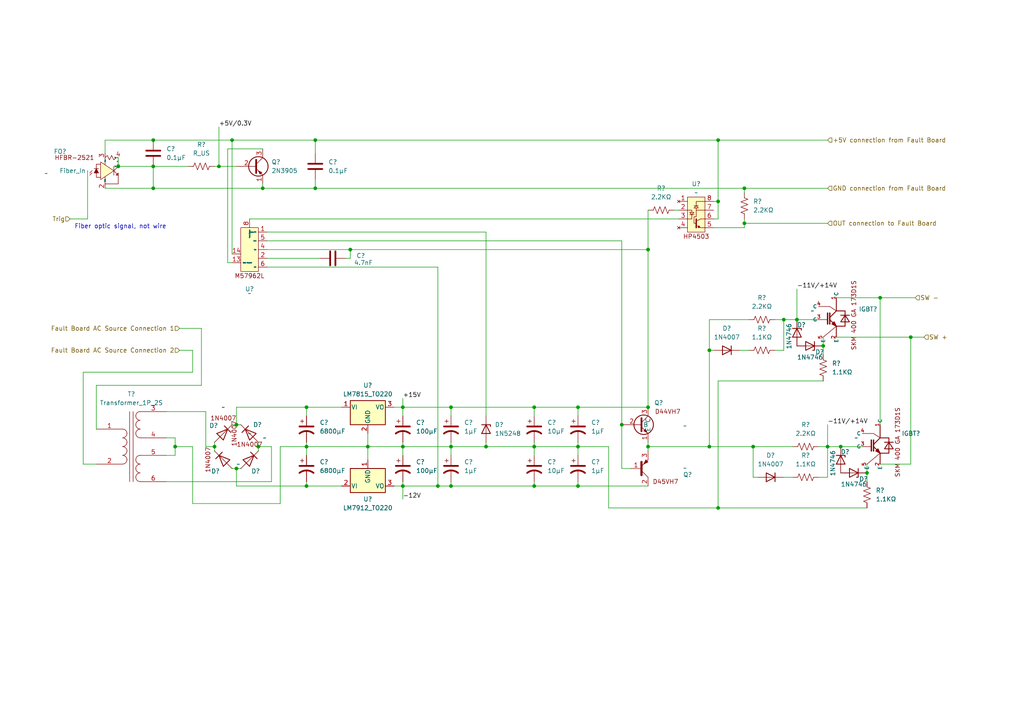
<source format=kicad_sch>
(kicad_sch (version 20231120) (generator "eeschema") (generator_version "8.0")
  (paper "A4")
  (lib_symbols
    (symbol "DIY_ICs:1N4007_45_Deg"
      (property "Reference" "D" (at 0 0 0))
      (symbol "1N4007_45_Deg_0_1"
        (polyline (pts (xy -1.27 -1.27) (xy -2.54 -2.54)))
        (polyline (pts (xy -1.27 -1.27) (xy 2.54 2.54)))
      )
      (symbol "1N4007_45_Deg_1_1"
        (polyline (pts (xy 0.2904 2.2167) (xy 2.1954 0.3117)) (stroke (width 0.254)))
        (polyline (pts (xy -1.905 0) (xy 0 -1.905) (xy 1.27 1.27) (xy -1.905 0)) (stroke (width 0.254)))
        (text "1N4007" (at 0 4.445 0) (effects (font (size 1.27 1.27))))
        (pin passive line (at -2.54 -2.54 180) (length 0) (name "~") (number ""))
        (pin passive line (at 2.54 2.54 0) (length 0) (name "~") (number ""))
      )
    )
    (symbol "DIY_ICs:D44VH7"
      (property "Reference" "Q" (at 4.445 1.905 0))
      (symbol "D44VH7_0_1"
        (polyline (pts (xy -0.635 0.635) (xy 1.27 2.54)))
        (polyline (pts (xy -0.635 -0.635) (xy 1.27 -2.54) (xy 1.27 -2.54)))
        (polyline (pts (xy -0.635 1.905) (xy -0.635 -1.905) (xy -0.635 -1.905)) (stroke (width 0.508)))
        (polyline (pts (xy 0 -1.778) (xy 0.508 -1.27) (xy 1.016 -2.286) (xy 0 -1.778) (xy 0 -1.778)) (fill (type outline)))
        (circle (center 0 0) (radius 2.8194) (stroke (width 0.254)))
      )
      (symbol "D44VH7_1_1"
        (text "D44VH7" (at 6.985 3.81 0) (effects (font (size 1.27 1.27))))
        (pin passive line (at 1.27 -5.08 90) (length 2.54) (name "E") (number "1"))
        (pin input line (at -6.35 0 0) (length 5.715) (name "B") (number "2"))
        (pin passive line (at 1.27 5.08 270) (length 2.54) (name "C") (number "3"))
      )
    )
    (symbol "DIY_ICs:D45VH7"
      (property "Reference" "Q" (at 3.175 5.715 0))
      (symbol "D45VH7_0_1"
        (polyline (pts (xy -0.635 -1.905) (xy -0.635 1.905)) (stroke (width 0.635)))
        (polyline (pts (xy -0.635 -0.635) (xy 1.27 -2.54)))
        (polyline (pts (xy -0.635 0.635) (xy 1.27 2.54)))
        (polyline (pts (xy 0 -1.27) (xy 1.27 -1.905) (xy 0.635 -2.54) (xy 0 -1.27)) (fill (type outline)))
      )
      (symbol "D45VH7_1_1"
        (text "D45VH7" (at 6.35 3.81 0) (effects (font (size 1.27 1.27))))
        (pin input line (at -3.81 0 0) (length 3.175) (name "") (number "1"))
        (pin passive line (at 1.27 5.08 270) (length 2.54) (name "") (number "2"))
        (pin passive line (at 1.27 -5.08 90) (length 2.54) (name "") (number "3"))
      )
    )
    (symbol "DIY_ICs:HP4503"
      (property "Reference" "U" (at 7.62 3.81 0))
      (symbol "HP4503_0_1"
        (rectangle (start -2.54 5.08) (end 2.54 -5.08) (fill (type background)))
        (polyline (pts (xy -2.54 1.27) (xy -2.54 1.27)))
        (polyline (pts (xy 0 -1.905) (xy 1.27 -1.27)))
        (polyline (pts (xy 0 -1.27) (xy 0 -3.81)) (stroke (width 0.381)))
        (polyline (pts (xy 1.27 -1.27) (xy 2.54 -1.27)))
        (polyline (pts (xy 0 -3.175) (xy 1.27 -3.81) (xy 2.54 -3.81)))
        (polyline (pts (xy 1.1133 -3.7211) (xy 0.7625 -3.2032) (xy 0.5141 -3.8005) (xy 1.1077 -3.7546)) (fill (type outline)))
        (polyline (pts (xy 0 1.905) (xy 0 -0.635) (xy -0.635 -0.635) (xy -0.635 -2.54) (xy 0 -2.54)))
        (polyline (pts (xy -1.27 0) (xy -0.635 0.635) (xy -1.905 0.635) (xy -1.27 0) (xy -1.905 0) (xy -0.635 0)))
        (polyline (pts (xy 2.54 3.81) (xy 0 3.81) (xy 0 3.175) (xy 0 2.54) (xy -0.635 2.54) (xy 0.635 2.54) (xy 0 2.54) (xy -0.635 1.905) (xy 0.635 1.905) (xy 0 2.54)))
      )
      (symbol "HP4503_1_1"
        (polyline (pts (xy 2.54 1.27) (xy 0 1.27)))
        (polyline (pts (xy -1.27 0) (xy -1.27 -1.27) (xy -2.54 -1.27)))
        (polyline (pts (xy -1.27 0.635) (xy -1.27 1.27) (xy -2.54 1.27)))
        (text "HP4503" (at 0 -6.35 0) (effects (font (size 1.27 1.27))))
        (pin no_connect line (at -5.08 3.81 0) (length 2.54) (name "~") (number "1"))
        (pin passive line (at -5.08 1.27 0) (length 2.54) (name "~") (number "2"))
        (pin passive line (at -5.08 -1.27 0) (length 2.54) (name "~") (number "3"))
        (pin no_connect line (at -5.08 -3.81 0) (length 2.54) (name "~") (number "4"))
        (pin power_in line (at 5.08 -3.81 180) (length 2.54) (name "~") (number "5"))
        (pin input line (at 5.08 -1.27 180) (length 2.54) (name "~") (number "6"))
        (pin input line (at 5.08 1.27 180) (length 2.54) (name "~") (number "7"))
        (pin power_in line (at 5.08 3.81 180) (length 2.54) (name "~") (number "8"))
      )
    )
    (symbol "DIY_ICs:SKM_400_GA_173_DS"
      (property "Reference" "IGBT" (at 11.43 1.27 0))
      (symbol "SKM_400_GA_173_DS_0_1"
        (polyline (pts (xy -1.905 0) (xy -5.08 -3.81)))
        (polyline (pts (xy -1.905 0) (xy -5.08 0)) (stroke (width 0.254)))
        (polyline (pts (xy -1.27 -2.54) (xy 1.905 -2.54)) (stroke (width 0.381)))
        (polyline (pts (xy -1.27 -1.905) (xy 1.905 -1.905)) (stroke (width 0.381)))
        (polyline (pts (xy 0 -2.54) (xy 0 -5.08)))
        (polyline (pts (xy 0 -1.905) (xy -1.905 0)) (stroke (width 0.254)))
        (polyline (pts (xy 1.27 2.54) (xy -0.635 2.54)) (stroke (width 0.254)))
        (polyline (pts (xy 1.27 3.81) (xy 1.27 1.27)) (stroke (width 0.254)))
        (polyline (pts (xy 2.54 0) (xy 0.635 -1.905)) (stroke (width 0.254)))
        (polyline (pts (xy 2.54 0) (xy 6.35 0)) (stroke (width 0.254)))
        (polyline (pts (xy -0.635 2.54) (xy -1.905 2.54) (xy -1.905 0)) (stroke (width 0.254)))
        (polyline (pts (xy 2.54 0) (xy 3.81 -1.905) (xy 3.81 -5.08)))
        (polyline (pts (xy -1.905 0) (xy -0.635 -0.635) (xy -1.27 -1.27) (xy -1.905 0)) (stroke (width 0.254)) (fill (type outline)))
        (polyline (pts (xy 1.27 2.54) (xy 1.905 2.54) (xy 2.54 2.54) (xy 2.54 0)) (stroke (width 0.254)))
        (polyline (pts (xy -0.635 2.54) (xy -0.635 3.81) (xy -0.635 1.27) (xy 1.27 2.54) (xy -0.635 3.81)) (stroke (width 0.254)))
      )
      (symbol "SKM_400_GA_173_DS_1_1"
        (text "SKM 400 GA 173D1S" (at -8.89 5.08 0) (effects (font (size 1.27 1.27)) (justify left)))
        (pin passive line (at 6.35 0 0) (length 0) (name "C") (number "1"))
        (pin passive line (at -5.08 0 180) (length 0) (name "E") (number "2"))
        (pin passive line (at 0 -5.08 270) (length 0) (name "G") (number "3"))
        (pin passive line (at 3.81 -5.08 270) (length 0) (name "C") (number "4"))
        (pin passive line (at -5.08 -3.81 180) (length 0) (name "E") (number "5"))
      )
    )
    (symbol "Device:C" (pin_numbers hide) (pin_names (offset 0.254))
      (property "Reference" "C" (at 0.635 2.54 0))
      (property "Value" "C" (at 0.635 -2.54 0))
      (symbol "C_0_1"
        (polyline (pts (xy -2.032 -0.762) (xy 2.032 -0.762)) (stroke (width 0.508)))
        (polyline (pts (xy -2.032 0.762) (xy 2.032 0.762)) (stroke (width 0.508)))
      )
      (symbol "C_1_1"
        (pin passive line (at 0 3.81 270) (length 2.794) (name "~") (number "1"))
        (pin passive line (at 0 -3.81 90) (length 2.794) (name "~") (number "2"))
      )
    )
    (symbol "Device:C_Polarized_US" (pin_numbers hide) (pin_names (offset 0.254) hide)
      (property "Reference" "C" (at 0.635 2.54 0))
      (property "Value" "C_Polarized_US" (at 0.635 -2.54 0))
      (symbol "C_Polarized_US_0_1"
        (polyline (pts (xy -2.032 0.762) (xy 2.032 0.762)) (stroke (width 0.508)))
        (polyline (pts (xy -1.778 2.286) (xy -0.762 2.286)))
        (polyline (pts (xy -1.27 1.778) (xy -1.27 2.794)))
        (arc (start 2.032 -1.27) (mid 0 -0.5572) (end -2.032 -1.27) (stroke (width 0.508)))
      )
      (symbol "C_Polarized_US_1_1"
        (pin passive line (at 0 3.81 270) (length 2.794) (name "~") (number "1"))
        (pin passive line (at 0 -3.81 90) (length 3.302) (name "~") (number "2"))
      )
    )
    (symbol "Device:D_Zener" (pin_numbers hide) (pin_names (offset 1.016) hide)
      (property "Reference" "D" (at 0 2.54 0))
      (property "Value" "D_Zener" (at 0 -2.54 0))
      (symbol "D_Zener_0_1"
        (polyline (pts (xy 1.27 0) (xy -1.27 0)))
        (polyline (pts (xy -1.27 -1.27) (xy -1.27 1.27) (xy -0.762 1.27)) (stroke (width 0.254)))
        (polyline (pts (xy 1.27 -1.27) (xy 1.27 1.27) (xy -1.27 0) (xy 1.27 -1.27)) (stroke (width 0.254)))
      )
      (symbol "D_Zener_1_1"
        (pin passive line (at -3.81 0 0) (length 2.54) (name "K") (number "1"))
        (pin passive line (at 3.81 0 180) (length 2.54) (name "A") (number "2"))
      )
    )
    (symbol "Device:R_US" (pin_numbers hide) (pin_names (offset 0))
      (property "Reference" "R" (at 2.54 0 90))
      (property "Value" "R_US" (at -2.54 0 90))
      (symbol "R_US_0_1"
        (polyline (pts (xy 0 -2.286) (xy 0 -2.54)))
        (polyline (pts (xy 0 2.286) (xy 0 2.54)))
        (polyline (pts (xy 0 -0.762) (xy 1.016 -1.143) (xy 0 -1.524) (xy -1.016 -1.905) (xy 0 -2.286)))
        (polyline (pts (xy 0 0.762) (xy 1.016 0.381) (xy 0 0) (xy -1.016 -0.381) (xy 0 -0.762)))
        (polyline (pts (xy 0 2.286) (xy 1.016 1.905) (xy 0 1.524) (xy -1.016 1.143) (xy 0 0.762)))
      )
      (symbol "R_US_1_1"
        (pin passive line (at 0 3.81 270) (length 1.27) (name "~") (number "1"))
        (pin passive line (at 0 -3.81 90) (length 1.27) (name "~") (number "2"))
      )
    )
    (symbol "Device:Transformer_1P_2S" (pin_names (offset 1.016) hide)
      (property "Reference" "T" (at 0 12.7 0))
      (property "Value" "Transformer_1P_2S" (at 0 -12.7 0))
      (symbol "Transformer_1P_2S_0_1"
        (arc (start -2.54 -5.0546) (mid -1.6599 -4.6901) (end -1.27 -3.81))
        (arc (start -2.54 -2.5146) (mid -1.6599 -2.1501) (end -1.27 -1.27))
        (arc (start -2.54 0.0254) (mid -1.6599 0.3899) (end -1.27 1.27))
        (arc (start -2.54 2.5654) (mid -1.6599 2.9299) (end -1.27 3.81))
        (arc (start -1.27 -3.81) (mid -1.642 -2.912) (end -2.54 -2.54))
        (arc (start -1.27 -1.27) (mid -1.642 -0.372) (end -2.54 0))
        (arc (start -1.27 1.27) (mid -1.642 2.168) (end -2.54 2.54))
        (arc (start -1.27 3.81) (mid -1.642 4.708) (end -2.54 5.08))
        (polyline (pts (xy -0.508 -10.16) (xy -0.508 10.16)))
        (polyline (pts (xy 0.508 10.16) (xy 0.508 -10.16)))
        (arc (start 1.2954 -8.89) (mid 1.6599 -9.7701) (end 2.54 -10.1346))
        (arc (start 1.2954 -6.35) (mid 1.6599 -7.2301) (end 2.54 -7.5946))
        (arc (start 1.2954 -3.81) (mid 1.6599 -4.6901) (end 2.54 -5.0546))
        (arc (start 1.2954 3.81) (mid 1.6599 2.9299) (end 2.54 2.5654))
        (arc (start 1.2954 6.35) (mid 1.6599 5.4699) (end 2.54 5.1054))
        (arc (start 1.2954 8.89) (mid 1.6599 8.0099) (end 2.54 7.6454))
        (arc (start 2.54 -7.62) (mid 1.642 -7.992) (end 1.2954 -8.89))
        (arc (start 2.54 -5.08) (mid 1.642 -5.452) (end 1.2954 -6.35))
        (arc (start 2.54 -2.54) (mid 1.642 -2.912) (end 1.2954 -3.81))
        (arc (start 2.54 5.08) (mid 1.642 4.708) (end 1.2954 3.81))
        (arc (start 2.54 7.62) (mid 1.642 7.248) (end 1.2954 6.35))
        (arc (start 2.54 10.16) (mid 1.642 9.788) (end 1.2954 8.89))
      )
      (symbol "Transformer_1P_2S_1_1"
        (pin passive line (at -10.16 5.08 0) (length 7.62) (name "AA") (number "1"))
        (pin passive line (at -10.16 -5.08 0) (length 7.62) (name "AB") (number "2"))
        (pin passive line (at 10.16 10.16 180) (length 7.62) (name "SA") (number "3"))
        (pin passive line (at 10.16 2.54 180) (length 7.62) (name "SB") (number "4"))
        (pin passive line (at 10.16 -2.54 180) (length 7.62) (name "SC") (number "5"))
        (pin passive line (at 10.16 -10.16 180) (length 7.62) (name "SD") (number "6"))
      )
    )
    (symbol "Diode:1N4007" (pin_numbers hide) (pin_names hide)
      (property "Reference" "D" (at 0 2.54 0))
      (property "Value" "1N4007" (at 0 -2.54 0))
      (symbol "1N4007_0_1"
        (polyline (pts (xy -1.27 1.27) (xy -1.27 -1.27)) (stroke (width 0.254)))
        (polyline (pts (xy 1.27 0) (xy -1.27 0)))
        (polyline (pts (xy 1.27 1.27) (xy 1.27 -1.27) (xy -1.27 0) (xy 1.27 1.27)) (stroke (width 0.254)))
      )
      (symbol "1N4007_1_1"
        (pin passive line (at -3.81 0 0) (length 2.54) (name "K") (number "1"))
        (pin passive line (at 3.81 0 180) (length 2.54) (name "A") (number "2"))
      )
    )
    (symbol "F_O_Driver_Library:HFBR-2521"
      (property "Reference" "FO?" (at -10.922 1.27 0))
      (property "Value" "~" (at -16.51 -0.7592 0))
      (symbol "HFBR-2521_0_1"
        (polyline (pts (xy -3.81 -0.635) (xy -4.445 -1.27)))
        (polyline (pts (xy -3.81 0) (xy -4.445 -0.635)))
        (polyline (pts (xy -1.905 0.635) (xy -3.175 0.635)))
        (polyline (pts (xy -0.635 -3.81) (xy -0.635 -3.81)))
        (polyline (pts (xy 2.54 0) (xy 3.81 1.27)))
        (polyline (pts (xy 2.54 1.27) (xy 2.54 -1.27)))
        (polyline (pts (xy -2.54 0.635) (xy -2.54 1.905) (xy -1.27 1.905)))
        (polyline (pts (xy -1.27 -1.905) (xy -2.54 -1.905) (xy -2.54 -0.635)))
        (polyline (pts (xy 0 -3.81) (xy 0 -1.7202) (xy 0 -2.54)))
        (polyline (pts (xy 3.81 -1.27) (xy 3.81 -3.81) (xy 0 -3.81)))
        (polyline (pts (xy -1.905 -0.635) (xy -3.175 -0.635) (xy -2.54 0.635) (xy -1.905 -0.635)) (fill (type outline)))
        (polyline (pts (xy 0 3.81) (xy 0 1.905) (xy 0 2.54) (xy -0.0007 1.7452)))
        (polyline (pts (xy 2.54 0) (xy -1.27 2.54) (xy -1.27 -2.54) (xy 2.54 0)) (fill (type background)))
        (polyline (pts (xy 2.54 0) (xy 3.81 -1.27) (xy 3.81 -0.635) (xy 3.175 -1.27) (xy 3.81 -1.27)) (fill (type outline)))
        (polyline (pts (xy 3.81 3.81) (xy 3.175 3.81) (xy 2.54 3.175) (xy 1.905 4.445) (xy 1.27 3.175) (xy 0.635 4.445) (xy 0 3.81)))
      )
      (symbol "HFBR-2521_1_1"
        (text "HFBR-2521" (at -8.89 3.81 0) (effects (font (size 1.27 1.27))))
        (pin unspecified line (at -5.08 0 180) (length 0) (name "Fiber_In") (number ""))
        (pin output line (at 3.81 1.27 180) (length 0) (name "Vo") (number "1"))
        (pin power_in line (at 0 -5.08 90) (length 1.27) (name "GND") (number "2"))
        (pin output line (at 0 5.08 270) (length 1.27) (name "Vcc") (number "3"))
        (pin passive line (at 3.81 3.81 180) (length 0) (name "RL") (number "4"))
      )
    )
    (symbol "M57962L_1"
      (property "Reference" "U" (at 0 0 0))
      (symbol "M57962L_1_1_1"
        (rectangle (start -2.54 6.35) (end 2.54 -6.35) (fill (type background)))
        (text "M57962L" (at 0 -7.62 0) (effects (font (size 1.27 1.27))))
        (pin input line (at 5.08 5.08 180) (length 2.54) (name "Detect_Pin") (number "1"))
        (pin passive line (at -5.08 -3.81 0) (length 2.54) (name "Opto-Coupler") (number "13"))
        (pin input line (at -5.08 -1.27 0) (length 2.54) (name "~") (number "14"))
        (pin passive line (at 5.08 -2.54 180) (length 2.54) (name "~") (number "2"))
        (pin power_in line (at 5.08 0 180) (length 2.54) (name "Vcc") (number "4"))
        (pin power_out line (at 5.08 2.54 180) (length 2.54) (name "Vout") (number "5"))
        (pin power_in line (at 5.08 -5.08 180) (length 2.54) (name "VEE") (number "6"))
        (pin output line (at 0 8.89 270) (length 2.54) (name "Fault_Output") (number "8"))
      )
    )
    (symbol "Regulator_Linear:LM7815_TO220" (pin_names (offset 0.254))
      (property "Reference" "U" (at -3.81 3.175 0))
      (property "Value" "LM7815_TO220" (at 0 3.175 0))
      (symbol "LM7815_TO220_0_1"
        (rectangle (start -5.08 1.905) (end 5.08 -5.08) (stroke (width 0.254)) (fill (type background)))
      )
      (symbol "LM7815_TO220_1_1"
        (pin power_in line (at -7.62 0 0) (length 2.54) (name "VI") (number "1"))
        (pin power_in line (at 0 -7.62 90) (length 2.54) (name "GND") (number "2"))
        (pin power_out line (at 7.62 0 180) (length 2.54) (name "VO") (number "3"))
      )
    )
    (symbol "Regulator_Linear:LM7912_TO220" (pin_names (offset 0.254))
      (property "Reference" "U" (at -3.81 -3.175 0))
      (property "Value" "LM7912_TO220" (at 0 -3.175 0))
      (symbol "LM7912_TO220_0_1"
        (rectangle (start -5.08 5.08) (end 5.08 -1.905) (stroke (width 0.254)) (fill (type background)))
      )
      (symbol "LM7912_TO220_1_1"
        (pin power_in line (at 0 7.62 270) (length 2.54) (name "GND") (number "1"))
        (pin power_in line (at -7.62 0 0) (length 2.54) (name "VI") (number "2"))
        (pin power_out line (at 7.62 0 180) (length 2.54) (name "VO") (number "3"))
      )
    )
    (symbol "Transistor_BJT:2N3905" (pin_names (offset 0) hide)
      (property "Reference" "Q" (at 5.08 1.905 0))
      (property "Value" "2N3905" (at 5.08 0 0))
      (symbol "2N3905_0_1"
        (polyline (pts (xy 0.635 0.635) (xy 2.54 2.54)))
        (polyline (pts (xy 0.635 -0.635) (xy 2.54 -2.54) (xy 2.54 -2.54)))
        (polyline (pts (xy 0.635 1.905) (xy 0.635 -1.905) (xy 0.635 -1.905)) (stroke (width 0.508)))
        (polyline (pts (xy 2.286 -1.778) (xy 1.778 -2.286) (xy 1.27 -1.27) (xy 2.286 -1.778) (xy 2.286 -1.778)) (fill (type outline)))
        (circle (center 1.27 0) (radius 2.8194) (stroke (width 0.254)))
      )
      (symbol "2N3905_1_1"
        (pin passive line (at 2.54 -5.08 90) (length 2.54) (name "E") (number "1"))
        (pin input line (at -5.08 0 0) (length 5.715) (name "B") (number "2"))
        (pin passive line (at 2.54 5.08 270) (length 2.54) (name "C") (number "3"))
      )
    )
  )
  (junction (at 62.23 129.54))
  (junction (at 88.9 129.54))
  (junction (at 187.96 129.54))
  (junction (at 167.64 140.97))
  (junction (at 88.9 118.11))
  (junction (at 154.94 140.97))
  (junction (at 208.28 58.42))
  (junction (at 255.27 86.36))
  (junction (at 215.9 64.77))
  (junction (at 154.94 129.54))
  (junction (at 218.44 129.54))
  (junction (at 264.16 97.79))
  (junction (at 231.14 92.71))
  (junction (at 130.81 140.97))
  (junction (at 50.8 129.54))
  (junction (at 127 140.97))
  (junction (at 140.97 129.54))
  (junction (at 208.28 40.64))
  (junction (at 167.64 129.54))
  (junction (at 44.45 54.61))
  (junction (at 91.44 54.61))
  (junction (at 154.94 118.11))
  (junction (at 68.58 135.89))
  (junction (at 251.46 137.16))
  (junction (at 34.29 48.26))
  (junction (at 88.9 140.97))
  (junction (at 91.44 40.64))
  (junction (at 205.74 101.6))
  (junction (at 205.74 129.54))
  (junction (at 187.96 72.39))
  (junction (at 106.68 129.54))
  (junction (at 44.45 40.64))
  (junction (at 180.34 123.19))
  (junction (at 68.58 123.19))
  (junction (at 130.81 129.54))
  (junction (at 240.03 129.54))
  (junction (at 116.84 129.54))
  (junction (at 116.84 140.97))
  (junction (at 74.93 129.54))
  (junction (at 76.2 54.61))
  (junction (at 208.28 147.32))
  (junction (at 44.45 48.26))
  (junction (at 101.6 72.39))
  (junction (at 67.31 40.64))
  (junction (at 130.81 118.11))
  (junction (at 116.84 118.11))
  (junction (at 238.76 100.33))
  (junction (at 167.64 118.11))
  (junction (at 187.96 118.11))
  (junction (at 243.84 129.54))
  (junction (at 63.5 48.26))
  (junction (at 227.33 92.71))
  (junction (at 215.9 54.61))
  (wire (pts (xy 59.69 119.38) (xy 48.26 119.38)))
  (wire (pts (xy 219.71 138.43) (xy 218.44 138.43)))
  (wire (pts (xy 78.74 139.7) (xy 48.26 139.7)))
  (wire (pts (xy 240.03 123.19) (xy 240.03 129.54)))
  (wire (pts (xy 106.68 129.54) (xy 116.84 129.54)))
  (wire (pts (xy 59.69 119.38) (xy 59.69 129.54)))
  (wire (pts (xy 58.42 95.25) (xy 58.42 111.76)))
  (wire (pts (xy 88.9 140.97) (xy 68.58 140.97)))
  (wire (pts (xy 20.32 63.5) (xy 25.4 63.5)))
  (wire (pts (xy 44.45 48.26) (xy 54.61 48.26)))
  (wire (pts (xy 140.97 67.31) (xy 140.97 120.65)))
  (wire (pts (xy 140.97 67.31) (xy 77.47 67.31)))
  (wire (pts (xy 77.47 77.47) (xy 127 77.47)))
  (wire (pts (xy 231.14 83.82) (xy 231.14 92.71)))
  (wire (pts (xy 180.34 123.19) (xy 180.34 135.89)))
  (wire (pts (xy 127 77.47) (xy 127 140.97)))
  (wire (pts (xy 255.27 134.62) (xy 264.16 134.62)))
  (wire (pts (xy 208.28 147.32) (xy 176.53 147.32)))
  (wire (pts (xy 207.01 101.6) (xy 205.74 101.6)))
  (wire (pts (xy 50.8 129.54) (xy 55.88 129.54)))
  (wire (pts (xy 77.47 74.93) (xy 92.71 74.93)))
  (wire (pts (xy 116.84 139.7) (xy 116.84 140.97)))
  (wire (pts (xy 167.64 129.54) (xy 176.53 129.54)))
  (wire (pts (xy 176.53 147.32) (xy 176.53 129.54)))
  (wire (pts (xy 81.28 129.54) (xy 88.9 129.54)))
  (wire (pts (xy 101.6 72.39) (xy 187.96 72.39)))
  (wire (pts (xy 264.16 97.79) (xy 267.97 97.79)))
  (wire (pts (xy 62.23 129.54) (xy 62.23 128.27)))
  (wire (pts (xy 24.13 134.62) (xy 27.94 134.62)))
  (wire (pts (xy 88.9 118.11) (xy 99.06 118.11)))
  (wire (pts (xy 88.9 129.54) (xy 106.68 129.54)))
  (wire (pts (xy 255.27 86.36) (xy 265.43 86.36)))
  (wire (pts (xy 50.8 127) (xy 48.26 127)))
  (wire (pts (xy 62.23 48.26) (xy 63.5 48.26)))
  (wire (pts (xy 78.74 129.54) (xy 78.74 139.7)))
  (wire (pts (xy 208.28 58.42) (xy 208.28 63.5)))
  (wire (pts (xy 205.74 92.71) (xy 205.74 101.6)))
  (wire (pts (xy 227.33 92.71) (xy 231.14 92.71)))
  (wire (pts (xy 187.96 118.11) (xy 167.64 118.11)))
  (wire (pts (xy 215.9 66.04) (xy 215.9 64.77)))
  (wire (pts (xy 182.88 135.89) (xy 180.34 135.89)))
  (wire (pts (xy 251.46 134.62) (xy 251.46 137.16)))
  (wire (pts (xy 106.68 129.54) (xy 106.68 133.35)))
  (wire (pts (xy 55.88 101.6) (xy 55.88 107.95)))
  (wire (pts (xy 68.58 135.89) (xy 68.58 140.97)))
  (wire (pts (xy 63.5 48.26) (xy 68.58 48.26)))
  (wire (pts (xy 205.74 129.54) (xy 218.44 129.54)))
  (wire (pts (xy 154.94 140.97) (xy 167.64 140.97)))
  (wire (pts (xy 140.97 129.54) (xy 154.94 129.54)))
  (wire (pts (xy 240.03 129.54) (xy 240.03 138.43)))
  (wire (pts (xy 116.84 129.54) (xy 130.81 129.54)))
  (wire (pts (xy 59.69 129.54) (xy 62.23 129.54)))
  (wire (pts (xy 180.34 69.85) (xy 77.47 69.85)))
  (wire (pts (xy 215.9 64.77) (xy 240.03 64.77)))
  (wire (pts (xy 116.84 115.57) (xy 116.84 118.11)))
  (wire (pts (xy 50.8 127) (xy 50.8 129.54)))
  (wire (pts (xy 74.93 129.54) (xy 74.93 128.27)))
  (wire (pts (xy 67.31 40.64) (xy 67.31 73.66)))
  (wire (pts (xy 167.64 118.11) (xy 167.64 120.65)))
  (wire (pts (xy 215.9 54.61) (xy 215.9 55.88)))
  (wire (pts (xy 101.6 74.93) (xy 101.6 72.39)))
  (wire (pts (xy 114.3 140.97) (xy 116.84 140.97)))
  (wire (pts (xy 154.94 129.54) (xy 154.94 132.08)))
  (wire (pts (xy 227.33 92.71) (xy 224.79 92.71)))
  (wire (pts (xy 74.93 129.54) (xy 74.93 130.81)))
  (wire (pts (xy 127 140.97) (xy 130.81 140.97)))
  (wire (pts (xy 68.58 135.89) (xy 69.85 135.89)))
  (wire (pts (xy 50.8 129.54) (xy 50.8 132.08)))
  (wire (pts (xy 187.96 60.96) (xy 187.96 72.39)))
  (wire (pts (xy 214.63 101.6) (xy 217.17 101.6)))
  (wire (pts (xy 205.74 101.6) (xy 205.74 129.54)))
  (wire (pts (xy 154.94 118.11) (xy 167.64 118.11)))
  (wire (pts (xy 88.9 139.7) (xy 88.9 140.97)))
  (wire (pts (xy 106.68 129.54) (xy 106.68 125.73)))
  (wire (pts (xy 238.76 97.79) (xy 238.76 100.33)))
  (wire (pts (xy 66.04 76.2) (xy 67.31 76.2)))
  (wire (pts (xy 100.33 74.93) (xy 101.6 74.93)))
  (wire (pts (xy 81.28 146.05) (xy 81.28 129.54)))
  (wire (pts (xy 66.04 43.18) (xy 66.04 76.2)))
  (wire (pts (xy 227.33 138.43) (xy 229.87 138.43)))
  (wire (pts (xy 91.44 54.61) (xy 215.9 54.61)))
  (wire (pts (xy 91.44 40.64) (xy 67.31 40.64)))
  (wire (pts (xy 130.81 128.27) (xy 130.81 129.54)))
  (wire (pts (xy 62.23 129.54) (xy 62.23 130.81)))
  (wire (pts (xy 130.81 118.11) (xy 130.81 120.65)))
  (wire (pts (xy 227.33 92.71) (xy 227.33 101.6)))
  (wire (pts (xy 52.07 101.6) (xy 55.88 101.6)))
  (wire (pts (xy 44.45 54.61) (xy 30.48 54.61)))
  (wire (pts (xy 116.84 140.97) (xy 127 140.97)))
  (wire (pts (xy 77.47 72.39) (xy 101.6 72.39)))
  (wire (pts (xy 140.97 128.27) (xy 140.97 129.54)))
  (wire (pts (xy 91.44 54.61) (xy 76.2 54.61)))
  (wire (pts (xy 68.58 123.19) (xy 68.58 118.11)))
  (wire (pts (xy 55.88 146.05) (xy 81.28 146.05)))
  (wire (pts (xy 264.16 97.79) (xy 242.57 97.79)))
  (wire (pts (xy 229.87 129.54) (xy 218.44 129.54)))
  (wire (pts (xy 264.16 134.62) (xy 264.16 97.79)))
  (wire (pts (xy 116.84 140.97) (xy 116.84 144.78)))
  (wire (pts (xy 208.28 40.64) (xy 240.03 40.64)))
  (wire (pts (xy 130.81 118.11) (xy 154.94 118.11)))
  (wire (pts (xy 34.29 48.26) (xy 44.45 48.26)))
  (wire (pts (xy 130.81 129.54) (xy 140.97 129.54)))
  (wire (pts (xy 76.2 43.18) (xy 66.04 43.18)))
  (wire (pts (xy 88.9 140.97) (xy 99.06 140.97)))
  (wire (pts (xy 167.64 139.7) (xy 167.64 140.97)))
  (wire (pts (xy 88.9 128.27) (xy 88.9 129.54)))
  (wire (pts (xy 130.81 140.97) (xy 154.94 140.97)))
  (wire (pts (xy 231.14 92.71) (xy 237.49 92.71)))
  (wire (pts (xy 68.58 123.19) (xy 69.85 123.19)))
  (wire (pts (xy 116.84 129.54) (xy 116.84 132.08)))
  (wire (pts (xy 78.74 129.54) (xy 74.93 129.54)))
  (wire (pts (xy 24.13 107.95) (xy 24.13 134.62)))
  (wire (pts (xy 208.28 147.32) (xy 251.46 147.32)))
  (wire (pts (xy 130.81 129.54) (xy 130.81 132.08)))
  (wire (pts (xy 116.84 118.11) (xy 116.84 120.65)))
  (wire (pts (xy 63.5 36.83) (xy 63.5 48.26)))
  (wire (pts (xy 205.74 129.54) (xy 187.96 129.54)))
  (wire (pts (xy 27.94 111.76) (xy 27.94 124.46)))
  (wire (pts (xy 187.96 72.39) (xy 187.96 118.11)))
  (wire (pts (xy 251.46 137.16) (xy 251.46 139.7)))
  (wire (pts (xy 116.84 128.27) (xy 116.84 129.54)))
  (wire (pts (xy 67.31 40.64) (xy 44.45 40.64)))
  (wire (pts (xy 48.26 132.08) (xy 50.8 132.08)))
  (wire (pts (xy 76.2 54.61) (xy 44.45 54.61)))
  (wire (pts (xy 238.76 110.49) (xy 208.28 110.49)))
  (wire (pts (xy 154.94 139.7) (xy 154.94 140.97)))
  (wire (pts (xy 55.88 107.95) (xy 24.13 107.95)))
  (wire (pts (xy 91.44 44.45) (xy 91.44 40.64)))
  (wire (pts (xy 52.07 95.25) (xy 58.42 95.25)))
  (wire (pts (xy 207.01 66.04) (xy 215.9 66.04)))
  (wire (pts (xy 207.01 58.42) (xy 208.28 58.42)))
  (wire (pts (xy 91.44 52.07) (xy 91.44 54.61)))
  (wire (pts (xy 91.44 40.64) (xy 208.28 40.64)))
  (wire (pts (xy 34.29 45.72) (xy 34.29 48.26)))
  (wire (pts (xy 217.17 92.71) (xy 205.74 92.71)))
  (wire (pts (xy 195.58 60.96) (xy 196.85 60.96)))
  (wire (pts (xy 30.48 40.64) (xy 44.45 40.64)))
  (wire (pts (xy 130.81 139.7) (xy 130.81 140.97)))
  (wire (pts (xy 72.39 63.5) (xy 196.85 63.5)))
  (wire (pts (xy 154.94 118.11) (xy 154.94 120.65)))
  (wire (pts (xy 76.2 53.34) (xy 76.2 54.61)))
  (wire (pts (xy 180.34 69.85) (xy 180.34 123.19)))
  (wire (pts (xy 255.27 123.19) (xy 255.27 86.36)))
  (wire (pts (xy 30.48 44.45) (xy 30.48 40.64)))
  (wire (pts (xy 154.94 129.54) (xy 167.64 129.54)))
  (wire (pts (xy 114.3 118.11) (xy 116.84 118.11)))
  (wire (pts (xy 187.96 129.54) (xy 187.96 130.81)))
  (wire (pts (xy 167.64 140.97) (xy 187.96 140.97)))
  (wire (pts (xy 238.76 100.33) (xy 238.76 102.87)))
  (wire (pts (xy 187.96 128.27) (xy 187.96 129.54)))
  (wire (pts (xy 88.9 129.54) (xy 88.9 132.08)))
  (wire (pts (xy 208.28 110.49) (xy 208.28 147.32)))
  (wire (pts (xy 55.88 129.54) (xy 55.88 146.05)))
  (wire (pts (xy 67.31 135.89) (xy 68.58 135.89)))
  (wire (pts (xy 116.84 118.11) (xy 130.81 118.11)))
  (wire (pts (xy 154.94 128.27) (xy 154.94 129.54)))
  (wire (pts (xy 167.64 128.27) (xy 167.64 129.54)))
  (wire (pts (xy 240.03 129.54) (xy 243.84 129.54)))
  (wire (pts (xy 240.03 129.54) (xy 237.49 129.54)))
  (wire (pts (xy 44.45 48.26) (xy 44.45 54.61)))
  (wire (pts (xy 215.9 63.5) (xy 215.9 64.77)))
  (wire (pts (xy 67.31 123.19) (xy 68.58 123.19)))
  (wire (pts (xy 58.42 111.76) (xy 27.94 111.76)))
  (wire (pts (xy 207.01 63.5) (xy 208.28 63.5)))
  (wire (pts (xy 88.9 118.11) (xy 68.58 118.11)))
  (wire (pts (xy 167.64 129.54) (xy 167.64 132.08)))
  (wire (pts (xy 224.79 101.6) (xy 227.33 101.6)))
  (wire (pts (xy 243.84 129.54) (xy 250.19 129.54)))
  (wire (pts (xy 25.4 49.53) (xy 25.4 63.5)))
  (wire (pts (xy 208.28 40.64) (xy 208.28 58.42)))
  (wire (pts (xy 237.49 138.43) (xy 240.03 138.43)))
  (wire (pts (xy 255.27 86.36) (xy 242.57 86.36)))
  (wire (pts (xy 88.9 120.65) (xy 88.9 118.11)))
  (wire (pts (xy 218.44 129.54) (xy 218.44 138.43)))
  (wire (pts (xy 215.9 54.61) (xy 240.03 54.61)))
  (text "Fiber optic signal, not wire" (at 21.59 65.786 0) (effects (font (size 1.27 1.27)) (justify left)))
  (label "+5V{slash}0.3V" (at 63.5 36.83 0))
  (label "-11V{slash}+14V" (at 240.03 123.19 0))
  (label "-11V{slash}+14V" (at 231.14 83.82 0))
  (label "+15V" (at 116.84 115.57 0))
  (label "-12V" (at 116.84 144.78 0))
  (hierarchical_label "Trig" (shape input) (at 20.32 63.5 180))
  (hierarchical_label "Fault Board AC Source Connection 1" (shape input) (at 52.07 95.25 180))
  (hierarchical_label "SW -" (shape input) (at 265.43 86.36 0))
  (hierarchical_label "GND connection from Fault Board" (shape input) (at 240.03 54.61 0))
  (hierarchical_label "SW +" (shape input) (at 267.97 97.79 0))
  (hierarchical_label "Fault Board AC Source Connection 2" (shape input) (at 52.07 101.6 180))
  (hierarchical_label "OUT connection to Fault Board" (shape input) (at 240.03 64.77 0))
  (hierarchical_label "+5V connection from Fault Board" (shape input) (at 240.03 40.64 0))
  (symbol (lib_id "Device:R_US") (at 220.98 101.6 90) (unit 1)
    (property "Reference" "R?" (at 220.98 95.25 90))
    (property "Value" "1.1KΩ" (at 220.98 97.79 90))
    (property "Description" "Resistor, US symbol" (effects (hide yes)))
  )
  (symbol (lib_id "Device:C_Polarized_US") (at 130.81 124.46 0) (unit 1)
    (property "Reference" "C?" (at 134.62 122.5549 0) (effects (justify left)))
    (property "Value" "1μF" (at 134.62 125.0949 0) (effects (justify left)))
    (property "Description" "Polarized capacitor, US symbol" (effects (hide yes)))
  )
  (symbol (lib_id "DIY_ICs:SKM_400_GA_173_DS") (at 255.27 129.54 270) (mirror x) (unit 1)
    (property "Reference" "IGBT?" (at 266.954 125.73 90) (effects (justify right)))
    (property "Value" "~" (at 248.92 126.9797 90) (effects (justify right)))
  )
  (symbol (lib_name "M57962L_1") (lib_id "DIY_ICs:M57962L") (at 72.39 72.39 0) (unit 1)
    (property "Reference" "U?" (at 72.39 83.82 0))
    (property "Value" "~" (at 72.39 85.09 0))
  )
  (symbol (lib_id "Device:D_Zener") (at 231.14 96.52 270) (unit 1)
    (property "Reference" "D?" (at 231.14 94.234 90) (effects (justify left)))
    (property "Value" "1N4746" (at 228.854 93.726 0) (effects (justify left)))
    (property "Description" "Zener diode" (effects (hide yes)))
  )
  (symbol (lib_id "Device:C_Polarized_US") (at 167.64 135.89 0) (unit 1)
    (property "Reference" "C?" (at 171.45 133.9849 0) (effects (justify left)))
    (property "Value" "1μF" (at 171.45 136.5249 0) (effects (justify left)))
    (property "Description" "Polarized capacitor, US symbol" (effects (hide yes)))
  )
  (symbol (lib_id "Device:C_Polarized_US") (at 154.94 135.89 0) (unit 1)
    (property "Reference" "C?" (at 158.75 133.9849 0) (effects (justify left)))
    (property "Value" "10μF" (at 158.75 136.5249 0) (effects (justify left)))
    (property "Description" "Polarized capacitor, US symbol" (effects (hide yes)))
  )
  (symbol (lib_id "Device:R_US") (at 191.77 60.96 90) (unit 1)
    (property "Reference" "R?" (at 191.77 54.61 90))
    (property "Value" "2.2KΩ" (at 191.77 57.15 90))
    (property "Description" "Resistor, US symbol" (effects (hide yes)))
  )
  (symbol (lib_id "Diode:1N4007") (at 223.52 138.43 180) (unit 1)
    (property "Reference" "D?" (at 223.52 132.08 0))
    (property "Value" "1N4007" (at 223.52 134.62 0))
    (property "Footprint" "Diode_THT:D_DO-41_SOD81_P10.16mm_Horizontal" (effects (hide yes)))
    (property "Datasheet" "http://www.vishay.com/docs/88503/1n4001.pdf" (effects (hide yes)))
    (property "Description" "1000V 1A General Purpose Rectifier Diode, DO-41" (effects (hide yes)))
    (property "Sim.Device" "D" (effects (hide yes)))
    (property "Sim.Pins" "1=K 2=A" (effects (hide yes)))
  )
  (symbol (lib_id "DIY_ICs:SKM_400_GA_173_DS") (at 242.57 92.71 270) (mirror x) (unit 1)
    (property "Reference" "IGBT?" (at 254.508 89.662 90) (effects (justify right)))
    (property "Value" "~" (at 236.22 90.1497 90) (effects (justify right)))
  )
  (symbol (lib_id "Device:D_Zener") (at 243.84 133.35 270) (unit 1)
    (property "Reference" "D?" (at 243.84 131.064 90) (effects (justify left)))
    (property "Value" "1N4746" (at 241.554 130.556 0) (effects (justify left)))
    (property "Description" "Zener diode" (effects (hide yes)))
  )
  (symbol (lib_id "DIY_ICs:D45VH7") (at 186.69 135.89 0) (mirror x) (unit 1)
    (property "Reference" "Q?" (at 198.12 137.6709 0) (effects (justify left)))
    (property "Value" "~" (at 198.12 135.7658 0) (effects (justify left)))
  )
  (symbol (lib_id "Device:C_Polarized_US") (at 88.9 135.89 0) (unit 1)
    (property "Reference" "C?" (at 92.71 133.9849 0) (effects (justify left)))
    (property "Value" "6800μF" (at 92.71 136.5249 0) (effects (justify left)))
    (property "Description" "Polarized capacitor, US symbol" (effects (hide yes)))
  )
  (symbol (lib_id "DIY_ICs:1N4007_45_Deg") (at 64.77 133.35 90) (unit 1)
    (property "Reference" "D?" (at 61.214 136.652 90) (effects (justify right)))
    (property "Value" "~" (at 68.58 134.62 90) (effects (justify right)))
  )
  (symbol (lib_id "DIY_ICs:1N4007_45_Deg") (at 72.39 133.35 0) (unit 1)
    (property "Reference" "D?" (at 74.168 136.652 0))
    (property "Value" "~" (at 72.39 125.73 0))
  )
  (symbol (lib_id "Device:R_US") (at 58.42 48.26 90) (unit 1)
    (property "Reference" "R?" (at 58.42 41.91 90))
    (property "Value" "R_US" (at 58.42 44.45 90))
    (property "Description" "Resistor, US symbol" (effects (hide yes)))
  )
  (symbol (lib_id "Device:C_Polarized_US") (at 130.81 135.89 0) (unit 1)
    (property "Reference" "C?" (at 134.62 133.9849 0) (effects (justify left)))
    (property "Value" "1μF" (at 134.62 136.5249 0) (effects (justify left)))
    (property "Description" "Polarized capacitor, US symbol" (effects (hide yes)))
  )
  (symbol (lib_id "Device:C") (at 91.44 48.26 0) (unit 1)
    (property "Reference" "C?" (at 95.25 46.9899 0) (effects (justify left)))
    (property "Value" "0.1μF" (at 95.25 49.5299 0) (effects (justify left)))
    (property "Description" "Unpolarized capacitor" (effects (hide yes)))
  )
  (symbol (lib_id "DIY_ICs:D44VH7") (at 186.69 123.19 0) (unit 1)
    (property "Reference" "Q?" (at 189.738 116.84 0) (effects (justify left)))
    (property "Value" "~" (at 198.12 123.5174 0) (effects (justify left)))
  )
  (symbol (lib_id "Device:D_Zener") (at 140.97 124.46 270) (unit 1)
    (property "Reference" "D?" (at 143.51 123.1899 90) (effects (justify left)))
    (property "Value" "1N5248" (at 143.51 125.7299 90) (effects (justify left)))
    (property "Description" "Zener diode" (effects (hide yes)))
  )
  (symbol (lib_id "Device:C_Polarized_US") (at 154.94 124.46 0) (unit 1)
    (property "Reference" "C?" (at 158.75 122.5549 0) (effects (justify left)))
    (property "Value" "10μF" (at 158.75 125.0949 0) (effects (justify left)))
    (property "Description" "Polarized capacitor, US symbol" (effects (hide yes)))
  )
  (symbol (lib_id "DIY_ICs:HP4503") (at 201.93 62.23 0) (unit 1)
    (property "Reference" "U?" (at 201.93 53.34 0))
    (property "Value" "~" (at 201.93 55.88 0))
  )
  (symbol (lib_id "Device:R_US") (at 238.76 106.68 0) (unit 1)
    (property "Reference" "R?" (at 241.3 105.4099 0) (effects (justify left)))
    (property "Value" "1.1KΩ" (at 241.3 107.9499 0) (effects (justify left)))
    (property "Description" "Resistor, US symbol" (effects (hide yes)))
  )
  (symbol (lib_id "Device:D_Zener") (at 247.65 137.16 180) (unit 1)
    (property "Reference" "D?" (at 250.444 138.938 0))
    (property "Value" "1N4746" (at 247.65 140.462 0))
    (property "Description" "Zener diode" (effects (hide yes)))
  )
  (symbol (lib_id "Device:R_US") (at 233.68 138.43 90) (unit 1)
    (property "Reference" "R?" (at 233.68 132.08 90))
    (property "Value" "1.1KΩ" (at 233.68 134.62 90))
    (property "Description" "Resistor, US symbol" (effects (hide yes)))
  )
  (symbol (lib_id "Transistor_BJT:2N3905") (at 73.66 48.26 0) (unit 1)
    (property "Reference" "Q?" (at 78.74 46.9899 0) (effects (justify left)))
    (property "Value" "2N3905" (at 78.74 49.5299 0) (effects (justify left)))
    (property "Footprint" "Package_TO_SOT_THT:TO-92_Inline" (effects (hide yes)))
    (property "Datasheet" "https://www.nteinc.com/specs/original/2N3905_06.pdf" (effects (hide yes)))
    (property "Description" "-0.2A Ic, -40V Vce, Small Signal PNP Transistor, TO-92" (effects (hide yes)))
  )
  (symbol (lib_id "Device:C_Polarized_US") (at 167.64 124.46 0) (unit 1)
    (property "Reference" "C?" (at 171.45 122.5549 0) (effects (justify left)))
    (property "Value" "1μF" (at 171.45 125.0949 0) (effects (justify left)))
    (property "Description" "Polarized capacitor, US symbol" (effects (hide yes)))
  )
  (symbol (lib_id "Regulator_Linear:LM7815_TO220") (at 106.68 118.11 0) (unit 1)
    (property "Reference" "U?" (at 106.68 111.76 0))
    (property "Value" "LM7815_TO220" (at 106.68 114.3 0))
    (property "Footprint" "Package_TO_SOT_THT:TO-220-3_Vertical" (effects (hide yes)))
    (property "Datasheet" "https://www.onsemi.cn/PowerSolutions/document/MC7800-D.PDF" (effects (hide yes)))
    (property "Description" "Positive 1A 35V Linear Regulator, Fixed Output 15V, TO-220" (effects (hide yes)))
  )
  (symbol (lib_id "Device:C_Polarized_US") (at 116.84 135.89 0) (unit 1)
    (property "Reference" "C?" (at 120.65 133.9849 0) (effects (justify left)))
    (property "Value" "100μF" (at 120.65 136.5249 0) (effects (justify left)))
    (property "Description" "Polarized capacitor, US symbol" (effects (hide yes)))
  )
  (symbol (lib_id "Device:R_US") (at 251.46 143.51 0) (unit 1)
    (property "Reference" "R?" (at 254 142.2399 0) (effects (justify left)))
    (property "Value" "1.1KΩ" (at 254 144.7799 0) (effects (justify left)))
    (property "Description" "Resistor, US symbol" (effects (hide yes)))
  )
  (symbol (lib_id "Diode:1N4007") (at 210.82 101.6 180) (unit 1)
    (property "Reference" "D?" (at 210.82 95.25 0))
    (property "Value" "1N4007" (at 210.82 97.79 0))
    (property "Footprint" "Diode_THT:D_DO-41_SOD81_P10.16mm_Horizontal" (effects (hide yes)))
    (property "Datasheet" "http://www.vishay.com/docs/88503/1n4001.pdf" (effects (hide yes)))
    (property "Description" "1000V 1A General Purpose Rectifier Diode, DO-41" (effects (hide yes)))
    (property "Sim.Device" "D" (effects (hide yes)))
    (property "Sim.Pins" "1=K 2=A" (effects (hide yes)))
  )
  (symbol (lib_id "Device:R_US") (at 220.98 92.71 90) (unit 1)
    (property "Reference" "R?" (at 220.98 86.36 90))
    (property "Value" "2.2KΩ" (at 220.98 88.9 90))
    (property "Description" "Resistor, US symbol" (effects (hide yes)))
  )
  (symbol (lib_id "Device:C") (at 44.45 44.45 0) (unit 1)
    (property "Reference" "C?" (at 48.26 43.1799 0) (effects (justify left)))
    (property "Value" "0.1μF" (at 48.26 45.7199 0) (effects (justify left)))
    (property "Description" "Unpolarized capacitor" (effects (hide yes)))
  )
  (symbol (lib_id "Device:C_Polarized_US") (at 88.9 124.46 0) (unit 1)
    (property "Reference" "C?" (at 92.71 122.5549 0) (effects (justify left)))
    (property "Value" "6800μF" (at 92.71 125.0949 0) (effects (justify left)))
    (property "Description" "Polarized capacitor, US symbol" (effects (hide yes)))
  )
  (symbol (lib_id "Device:C") (at 96.52 74.93 90) (unit 1)
    (property "Reference" "C?" (at 104.648 74.168 90))
    (property "Value" "4.7nF" (at 105.41 76.2 90))
    (property "Description" "Unpolarized capacitor" (effects (hide yes)))
  )
  (symbol (lib_id "Device:C_Polarized_US") (at 116.84 124.46 0) (unit 1)
    (property "Reference" "C?" (at 120.65 122.5549 0) (effects (justify left)))
    (property "Value" "100μF" (at 120.65 125.0949 0) (effects (justify left)))
    (property "Description" "Polarized capacitor, US symbol" (effects (hide yes)))
  )
  (symbol (lib_id "Regulator_Linear:LM7912_TO220") (at 106.68 140.97 0) (unit 1)
    (property "Reference" "U?" (at 106.68 144.78 0))
    (property "Value" "LM7912_TO220" (at 106.68 147.32 0))
    (property "Footprint" "Package_TO_SOT_THT:TO-220-3_Vertical" (effects (hide yes)))
    (property "Datasheet" "hhttps://www.onsemi.com/pub/Collateral/MC7900-D.PDF" (effects (hide yes)))
    (property "Description" "Negative 1A 35V Linear Regulator, Fixed Output 12V, TO-220" (effects (hide yes)))
  )
  (symbol (lib_id "Device:Transformer_1P_2S") (at 38.1 129.54 0) (unit 1)
    (property "Reference" "T?" (at 38.1 114.3 0))
    (property "Value" "Transformer_1P_2S" (at 38.1 116.84 0))
    (property "Description" "Transformer, single primary, dual secondary" (effects (hide yes)))
  )
  (symbol (lib_id "Device:R_US") (at 233.68 129.54 90) (unit 1)
    (property "Reference" "R?" (at 233.68 123.19 90))
    (property "Value" "2.2KΩ" (at 233.68 125.73 90))
    (property "Description" "Resistor, US symbol" (effects (hide yes)))
  )
  (symbol (lib_id "F_O_Driver_Library:HFBR-2521") (at 30.48 49.53 0) (unit 1)
    (property "Reference" "FO?" (at 19.304 43.942 0) (effects (justify right)))
    (property "Value" "~" (at 13.97 50.2892 0) (effects (justify right)))
  )
  (symbol (lib_id "DIY_ICs:1N4007_45_Deg") (at 64.77 125.73 0) (unit 1)
    (property "Reference" "D?" (at 61.976 123.444 0))
    (property "Value" "~" (at 64.77 118.11 0))
  )
  (symbol (lib_id "DIY_ICs:1N4007_45_Deg") (at 72.39 125.73 90) (unit 1)
    (property "Reference" "D?" (at 73.406 123.19 90) (effects (justify right)))
    (property "Value" "~" (at 76.2 127 90) (effects (justify right)))
  )
  (symbol (lib_id "Device:R_US") (at 215.9 59.69 0) (unit 1)
    (property "Reference" "R?" (at 218.44 58.4199 0) (effects (justify left)))
    (property "Value" "2.2KΩ" (at 218.44 60.9599 0) (effects (justify left)))
    (property "Description" "Resistor, US symbol" (effects (hide yes)))
  )
  (symbol (lib_id "Device:D_Zener") (at 234.95 100.33 180) (unit 1)
    (property "Reference" "D?" (at 237.744 102.108 0))
    (property "Value" "1N4746" (at 234.95 103.632 0))
    (property "Description" "Zener diode" (effects (hide yes)))
  )
)
</source>
